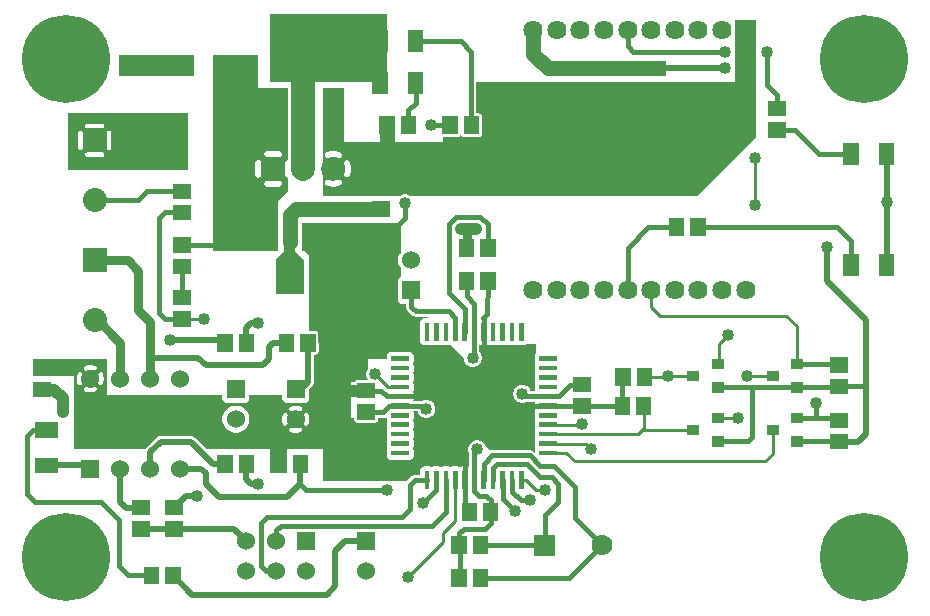
<source format=gbr>
G04 start of page 2 for group 0 idx 0 *
G04 Title: (unknown), component *
G04 Creator: pcb 20110918 *
G04 CreationDate: Thu 28 Mar 2013 10:59:42 PM GMT UTC *
G04 For: railfan *
G04 Format: Gerber/RS-274X *
G04 PCB-Dimensions: 300000 200000 *
G04 PCB-Coordinate-Origin: lower left *
%MOIN*%
%FSLAX25Y25*%
%LNTOP*%
%ADD37C,0.0280*%
%ADD36C,0.0480*%
%ADD35C,0.0380*%
%ADD34C,0.0250*%
%ADD33C,0.0320*%
%ADD32C,0.1285*%
%ADD31R,0.0340X0.0340*%
%ADD30R,0.0945X0.0945*%
%ADD29R,0.0378X0.0378*%
%ADD28R,0.0360X0.0360*%
%ADD27R,0.0630X0.0630*%
%ADD26R,0.0157X0.0157*%
%ADD25R,0.0512X0.0512*%
%ADD24C,0.0787*%
%ADD23C,0.0600*%
%ADD22C,0.0700*%
%ADD21C,0.0640*%
%ADD20C,0.2937*%
%ADD19C,0.0400*%
%ADD18C,0.0500*%
%ADD17C,0.0200*%
%ADD16C,0.0300*%
%ADD15C,0.0800*%
%ADD14C,0.0450*%
%ADD13C,0.0100*%
%ADD12C,0.0150*%
%ADD11C,0.0001*%
G54D11*G36*
X24998Y83000D02*X30500D01*
Y77500D01*
X29388D01*
X29318Y77784D01*
X29175Y78194D01*
X29122Y78300D01*
X29053Y78396D01*
X28970Y78481D01*
X28875Y78551D01*
X28769Y78606D01*
X28657Y78643D01*
X28540Y78663D01*
X28421Y78664D01*
X28304Y78646D01*
X28191Y78610D01*
X28085Y78557D01*
X27988Y78488D01*
X27904Y78405D01*
X27833Y78309D01*
X27779Y78204D01*
X27741Y78092D01*
X27722Y77975D01*
X27721Y77856D01*
X27739Y77739D01*
X27777Y77626D01*
X27823Y77500D01*
X24998D01*
Y79500D01*
X25000Y79500D01*
X25289Y79486D01*
X25575Y79444D01*
X25855Y79376D01*
X26128Y79280D01*
X26239Y79242D01*
X26356Y79225D01*
X26474Y79225D01*
X26591Y79245D01*
X26703Y79282D01*
X26807Y79336D01*
X26902Y79406D01*
X26985Y79491D01*
X27054Y79587D01*
X27107Y79692D01*
X27143Y79805D01*
X27160Y79921D01*
X27159Y80039D01*
X27140Y80156D01*
X27103Y80268D01*
X27048Y80373D01*
X26978Y80468D01*
X26894Y80551D01*
X26798Y80619D01*
X26692Y80670D01*
X26284Y80818D01*
X25863Y80922D01*
X25433Y80984D01*
X25000Y81005D01*
X24998Y81005D01*
Y83000D01*
G37*
G36*
X16000D02*X24998D01*
Y81005D01*
X24567Y80984D01*
X24137Y80922D01*
X23716Y80818D01*
X23306Y80675D01*
X23200Y80622D01*
X23104Y80553D01*
X23019Y80470D01*
X22949Y80375D01*
X22894Y80269D01*
X22857Y80157D01*
X22837Y80040D01*
X22836Y79921D01*
X22854Y79804D01*
X22890Y79691D01*
X22943Y79585D01*
X23012Y79488D01*
X23095Y79404D01*
X23191Y79333D01*
X23296Y79279D01*
X23408Y79241D01*
X23525Y79222D01*
X23644Y79221D01*
X23761Y79239D01*
X23874Y79277D01*
X24145Y79376D01*
X24425Y79444D01*
X24711Y79486D01*
X24998Y79500D01*
Y77500D01*
X22175D01*
X22220Y77628D01*
X22258Y77739D01*
X22275Y77856D01*
X22275Y77974D01*
X22255Y78091D01*
X22218Y78203D01*
X22164Y78307D01*
X22094Y78402D01*
X22009Y78485D01*
X21913Y78554D01*
X21808Y78607D01*
X21695Y78643D01*
X21579Y78660D01*
X21461Y78659D01*
X21344Y78640D01*
X21232Y78603D01*
X21127Y78548D01*
X21032Y78478D01*
X20949Y78394D01*
X20881Y78298D01*
X20830Y78192D01*
X20682Y77784D01*
X20612Y77500D01*
X16000D01*
Y83000D01*
G37*
G36*
X97113Y68630D02*X97183Y68659D01*
X97384Y68783D01*
X97564Y68936D01*
X97717Y69116D01*
X97841Y69317D01*
X97931Y69535D01*
X97986Y69765D01*
X98000Y70000D01*
X97998Y71000D01*
X105000D01*
Y53000D01*
X97113D01*
Y60853D01*
X97156Y60860D01*
X97268Y60897D01*
X97373Y60952D01*
X97468Y61022D01*
X97551Y61106D01*
X97619Y61202D01*
X97670Y61308D01*
X97818Y61716D01*
X97922Y62137D01*
X97984Y62567D01*
X98005Y63000D01*
X97984Y63433D01*
X97922Y63863D01*
X97818Y64284D01*
X97675Y64694D01*
X97622Y64800D01*
X97553Y64896D01*
X97470Y64981D01*
X97375Y65051D01*
X97269Y65106D01*
X97157Y65143D01*
X97113Y65151D01*
Y68630D01*
G37*
G36*
X93502Y68507D02*X96735Y68514D01*
X96965Y68569D01*
X97113Y68630D01*
Y65151D01*
X97040Y65163D01*
X96921Y65164D01*
X96804Y65146D01*
X96691Y65110D01*
X96585Y65057D01*
X96488Y64988D01*
X96404Y64905D01*
X96333Y64809D01*
X96279Y64704D01*
X96241Y64592D01*
X96222Y64475D01*
X96221Y64356D01*
X96239Y64239D01*
X96277Y64126D01*
X96376Y63855D01*
X96444Y63575D01*
X96486Y63289D01*
X96500Y63000D01*
X96486Y62711D01*
X96444Y62425D01*
X96376Y62145D01*
X96280Y61872D01*
X96242Y61761D01*
X96225Y61644D01*
X96225Y61526D01*
X96245Y61409D01*
X96282Y61297D01*
X96336Y61193D01*
X96406Y61098D01*
X96491Y61015D01*
X96587Y60946D01*
X96692Y60893D01*
X96805Y60857D01*
X96921Y60840D01*
X97039Y60841D01*
X97113Y60853D01*
Y53000D01*
X93502D01*
Y58495D01*
X93933Y58516D01*
X94363Y58578D01*
X94784Y58682D01*
X95194Y58825D01*
X95300Y58878D01*
X95396Y58947D01*
X95481Y59030D01*
X95551Y59125D01*
X95606Y59231D01*
X95643Y59343D01*
X95663Y59460D01*
X95664Y59579D01*
X95646Y59696D01*
X95610Y59809D01*
X95557Y59915D01*
X95488Y60012D01*
X95405Y60096D01*
X95309Y60167D01*
X95204Y60221D01*
X95092Y60259D01*
X94975Y60278D01*
X94856Y60279D01*
X94739Y60261D01*
X94626Y60223D01*
X94355Y60124D01*
X94075Y60056D01*
X93789Y60014D01*
X93502Y60000D01*
Y66000D01*
X93789Y65986D01*
X94075Y65944D01*
X94355Y65876D01*
X94628Y65780D01*
X94739Y65742D01*
X94856Y65725D01*
X94974Y65725D01*
X95091Y65745D01*
X95203Y65782D01*
X95307Y65836D01*
X95402Y65906D01*
X95485Y65991D01*
X95554Y66087D01*
X95607Y66192D01*
X95643Y66305D01*
X95660Y66421D01*
X95659Y66539D01*
X95640Y66656D01*
X95603Y66768D01*
X95548Y66873D01*
X95478Y66968D01*
X95394Y67051D01*
X95298Y67119D01*
X95192Y67170D01*
X94784Y67318D01*
X94363Y67422D01*
X93933Y67484D01*
X93502Y67505D01*
Y68507D01*
G37*
G36*
X89887Y68630D02*X90035Y68569D01*
X90265Y68514D01*
X90500Y68500D01*
X93502Y68507D01*
Y67505D01*
X93500Y67505D01*
X93067Y67484D01*
X92637Y67422D01*
X92216Y67318D01*
X91806Y67175D01*
X91700Y67122D01*
X91604Y67053D01*
X91519Y66970D01*
X91449Y66875D01*
X91394Y66769D01*
X91357Y66657D01*
X91337Y66540D01*
X91336Y66421D01*
X91354Y66304D01*
X91390Y66191D01*
X91443Y66085D01*
X91512Y65988D01*
X91595Y65904D01*
X91691Y65833D01*
X91796Y65779D01*
X91908Y65741D01*
X92025Y65722D01*
X92144Y65721D01*
X92261Y65739D01*
X92374Y65777D01*
X92645Y65876D01*
X92925Y65944D01*
X93211Y65986D01*
X93500Y66000D01*
X93502Y66000D01*
Y60000D01*
X93500Y60000D01*
X93211Y60014D01*
X92925Y60056D01*
X92645Y60124D01*
X92372Y60220D01*
X92261Y60258D01*
X92144Y60275D01*
X92026Y60275D01*
X91909Y60255D01*
X91797Y60218D01*
X91693Y60164D01*
X91598Y60094D01*
X91515Y60009D01*
X91446Y59913D01*
X91393Y59808D01*
X91357Y59695D01*
X91340Y59579D01*
X91341Y59461D01*
X91360Y59344D01*
X91397Y59232D01*
X91452Y59127D01*
X91522Y59032D01*
X91606Y58949D01*
X91702Y58881D01*
X91808Y58830D01*
X92216Y58682D01*
X92637Y58578D01*
X93067Y58516D01*
X93500Y58495D01*
X93502Y58495D01*
Y53000D01*
X89887D01*
Y60849D01*
X89960Y60837D01*
X90079Y60836D01*
X90196Y60854D01*
X90309Y60890D01*
X90415Y60943D01*
X90512Y61012D01*
X90596Y61095D01*
X90667Y61191D01*
X90721Y61296D01*
X90759Y61408D01*
X90778Y61525D01*
X90779Y61644D01*
X90761Y61761D01*
X90723Y61874D01*
X90624Y62145D01*
X90556Y62425D01*
X90514Y62711D01*
X90500Y63000D01*
X90514Y63289D01*
X90556Y63575D01*
X90624Y63855D01*
X90720Y64128D01*
X90758Y64239D01*
X90775Y64356D01*
X90775Y64474D01*
X90755Y64591D01*
X90718Y64703D01*
X90664Y64807D01*
X90594Y64902D01*
X90509Y64985D01*
X90413Y65054D01*
X90308Y65107D01*
X90195Y65143D01*
X90079Y65160D01*
X89961Y65159D01*
X89887Y65147D01*
Y68630D01*
G37*
G36*
X73493Y68507D02*X76735Y68514D01*
X76965Y68569D01*
X77183Y68659D01*
X77384Y68783D01*
X77564Y68936D01*
X77717Y69116D01*
X77841Y69317D01*
X77931Y69535D01*
X77986Y69765D01*
X78000Y70000D01*
X77998Y71000D01*
X89011D01*
X89014Y69765D01*
X89069Y69535D01*
X89159Y69317D01*
X89283Y69116D01*
X89436Y68936D01*
X89616Y68783D01*
X89817Y68659D01*
X89887Y68630D01*
Y65147D01*
X89844Y65140D01*
X89732Y65103D01*
X89627Y65048D01*
X89532Y64978D01*
X89449Y64894D01*
X89381Y64798D01*
X89330Y64692D01*
X89182Y64284D01*
X89078Y63863D01*
X89016Y63433D01*
X88995Y63000D01*
X89016Y62567D01*
X89078Y62137D01*
X89182Y61716D01*
X89325Y61306D01*
X89378Y61200D01*
X89447Y61104D01*
X89530Y61019D01*
X89625Y60949D01*
X89731Y60894D01*
X89843Y60857D01*
X89887Y60849D01*
Y53000D01*
X73493D01*
Y58487D01*
X73500Y58486D01*
X74206Y58542D01*
X74895Y58707D01*
X75549Y58978D01*
X76153Y59348D01*
X76692Y59808D01*
X77152Y60347D01*
X77522Y60951D01*
X77793Y61605D01*
X77958Y62294D01*
X78000Y63000D01*
X77958Y63706D01*
X77793Y64395D01*
X77522Y65049D01*
X77152Y65653D01*
X76692Y66192D01*
X76153Y66652D01*
X75549Y67022D01*
X74895Y67293D01*
X74206Y67458D01*
X73500Y67514D01*
X73493Y67513D01*
Y68507D01*
G37*
G36*
X19500Y71000D02*X69011D01*
X69014Y69765D01*
X69069Y69535D01*
X69159Y69317D01*
X69283Y69116D01*
X69436Y68936D01*
X69616Y68783D01*
X69817Y68659D01*
X70035Y68569D01*
X70265Y68514D01*
X70500Y68500D01*
X73493Y68507D01*
Y67513D01*
X72794Y67458D01*
X72105Y67293D01*
X71451Y67022D01*
X70847Y66652D01*
X70308Y66192D01*
X69848Y65653D01*
X69478Y65049D01*
X69207Y64395D01*
X69042Y63706D01*
X68986Y63000D01*
X69042Y62294D01*
X69207Y61605D01*
X69478Y60951D01*
X69848Y60347D01*
X70308Y59808D01*
X70847Y59348D01*
X71451Y58978D01*
X72105Y58707D01*
X72794Y58542D01*
X73493Y58487D01*
Y53000D01*
X63828D01*
X59970Y56859D01*
X59919Y56919D01*
X59679Y57123D01*
X59411Y57288D01*
X59120Y57408D01*
X58814Y57481D01*
X58814Y57481D01*
X58500Y57506D01*
X58422Y57500D01*
X48578D01*
X48500Y57506D01*
X48186Y57481D01*
X47880Y57408D01*
X47589Y57288D01*
X47321Y57123D01*
X47321Y57123D01*
X47081Y56919D01*
X47030Y56859D01*
X43641Y53470D01*
X43581Y53419D01*
X43377Y53179D01*
X43267Y53000D01*
X19500D01*
Y71000D01*
G37*
G36*
X28613Y83000D02*X30500D01*
Y76676D01*
X30486Y76500D01*
X30500Y76324D01*
Y66000D01*
X28613D01*
Y74353D01*
X28656Y74360D01*
X28768Y74397D01*
X28873Y74452D01*
X28968Y74522D01*
X29051Y74606D01*
X29119Y74702D01*
X29170Y74808D01*
X29318Y75216D01*
X29422Y75637D01*
X29484Y76067D01*
X29505Y76500D01*
X29484Y76933D01*
X29422Y77363D01*
X29318Y77784D01*
X29175Y78194D01*
X29122Y78300D01*
X29053Y78396D01*
X28970Y78481D01*
X28875Y78551D01*
X28769Y78606D01*
X28657Y78643D01*
X28613Y78651D01*
Y83000D01*
G37*
G36*
X25002D02*X28613D01*
Y78651D01*
X28540Y78663D01*
X28421Y78664D01*
X28304Y78646D01*
X28191Y78610D01*
X28085Y78557D01*
X27988Y78488D01*
X27904Y78405D01*
X27833Y78309D01*
X27779Y78204D01*
X27741Y78092D01*
X27722Y77975D01*
X27721Y77856D01*
X27739Y77739D01*
X27777Y77626D01*
X27876Y77355D01*
X27944Y77075D01*
X27986Y76789D01*
X28000Y76500D01*
X27986Y76211D01*
X27944Y75925D01*
X27876Y75645D01*
X27780Y75372D01*
X27742Y75261D01*
X27725Y75144D01*
X27725Y75026D01*
X27745Y74909D01*
X27782Y74797D01*
X27836Y74693D01*
X27906Y74598D01*
X27991Y74515D01*
X28087Y74446D01*
X28192Y74393D01*
X28305Y74357D01*
X28421Y74340D01*
X28539Y74341D01*
X28613Y74353D01*
Y66000D01*
X25002D01*
Y71995D01*
X25433Y72016D01*
X25863Y72078D01*
X26284Y72182D01*
X26694Y72325D01*
X26800Y72378D01*
X26896Y72447D01*
X26981Y72530D01*
X27051Y72625D01*
X27106Y72731D01*
X27143Y72843D01*
X27163Y72960D01*
X27164Y73079D01*
X27146Y73196D01*
X27110Y73309D01*
X27057Y73415D01*
X26988Y73512D01*
X26905Y73596D01*
X26809Y73667D01*
X26704Y73721D01*
X26592Y73759D01*
X26475Y73778D01*
X26356Y73779D01*
X26239Y73761D01*
X26126Y73723D01*
X25855Y73624D01*
X25575Y73556D01*
X25289Y73514D01*
X25002Y73500D01*
Y79500D01*
X25289Y79486D01*
X25575Y79444D01*
X25855Y79376D01*
X26128Y79280D01*
X26239Y79242D01*
X26356Y79225D01*
X26474Y79225D01*
X26591Y79245D01*
X26703Y79282D01*
X26807Y79336D01*
X26902Y79406D01*
X26985Y79491D01*
X27054Y79587D01*
X27107Y79692D01*
X27143Y79805D01*
X27160Y79921D01*
X27159Y80039D01*
X27140Y80156D01*
X27103Y80268D01*
X27048Y80373D01*
X26978Y80468D01*
X26894Y80551D01*
X26798Y80619D01*
X26692Y80670D01*
X26284Y80818D01*
X25863Y80922D01*
X25433Y80984D01*
X25002Y81005D01*
Y83000D01*
G37*
G36*
X21387D02*X25002D01*
Y81005D01*
X25000Y81005D01*
X24567Y80984D01*
X24137Y80922D01*
X23716Y80818D01*
X23306Y80675D01*
X23200Y80622D01*
X23104Y80553D01*
X23019Y80470D01*
X22949Y80375D01*
X22894Y80269D01*
X22857Y80157D01*
X22837Y80040D01*
X22836Y79921D01*
X22854Y79804D01*
X22890Y79691D01*
X22943Y79585D01*
X23012Y79488D01*
X23095Y79404D01*
X23191Y79333D01*
X23296Y79279D01*
X23408Y79241D01*
X23525Y79222D01*
X23644Y79221D01*
X23761Y79239D01*
X23874Y79277D01*
X24145Y79376D01*
X24425Y79444D01*
X24711Y79486D01*
X25000Y79500D01*
X25002Y79500D01*
Y73500D01*
X25000Y73500D01*
X24711Y73514D01*
X24425Y73556D01*
X24145Y73624D01*
X23872Y73720D01*
X23761Y73758D01*
X23644Y73775D01*
X23526Y73775D01*
X23409Y73755D01*
X23297Y73718D01*
X23193Y73664D01*
X23098Y73594D01*
X23015Y73509D01*
X22946Y73413D01*
X22893Y73308D01*
X22857Y73195D01*
X22840Y73079D01*
X22841Y72961D01*
X22860Y72844D01*
X22897Y72732D01*
X22952Y72627D01*
X23022Y72532D01*
X23106Y72449D01*
X23202Y72381D01*
X23308Y72330D01*
X23716Y72182D01*
X24137Y72078D01*
X24567Y72016D01*
X25000Y71995D01*
X25002Y71995D01*
Y66000D01*
X21387D01*
Y74349D01*
X21460Y74337D01*
X21579Y74336D01*
X21696Y74354D01*
X21809Y74390D01*
X21915Y74443D01*
X22012Y74512D01*
X22096Y74595D01*
X22167Y74691D01*
X22221Y74796D01*
X22259Y74908D01*
X22278Y75025D01*
X22279Y75144D01*
X22261Y75261D01*
X22223Y75374D01*
X22124Y75645D01*
X22056Y75925D01*
X22014Y76211D01*
X22000Y76500D01*
X22014Y76789D01*
X22056Y77075D01*
X22124Y77355D01*
X22220Y77628D01*
X22258Y77739D01*
X22275Y77856D01*
X22275Y77974D01*
X22255Y78091D01*
X22218Y78203D01*
X22164Y78307D01*
X22094Y78402D01*
X22009Y78485D01*
X21913Y78554D01*
X21808Y78607D01*
X21695Y78643D01*
X21579Y78660D01*
X21461Y78659D01*
X21387Y78647D01*
Y83000D01*
G37*
G36*
X19500D02*X21387D01*
Y78647D01*
X21344Y78640D01*
X21232Y78603D01*
X21127Y78548D01*
X21032Y78478D01*
X20949Y78394D01*
X20881Y78298D01*
X20830Y78192D01*
X20682Y77784D01*
X20578Y77363D01*
X20516Y76933D01*
X20495Y76500D01*
X20516Y76067D01*
X20578Y75637D01*
X20682Y75216D01*
X20825Y74806D01*
X20878Y74700D01*
X20947Y74604D01*
X21030Y74519D01*
X21125Y74449D01*
X21231Y74394D01*
X21343Y74357D01*
X21387Y74349D01*
Y66000D01*
X19500D01*
Y83000D01*
G37*
G36*
X18500D02*Y77500D01*
X6000D01*
Y83000D01*
X18500D01*
G37*
G36*
X66000Y130500D02*X87500D01*
Y119000D01*
X66000D01*
Y130500D01*
G37*
G36*
X112500Y102000D02*X127881D01*
X127936Y101936D01*
X128116Y101783D01*
X128317Y101659D01*
X128535Y101569D01*
X128765Y101514D01*
X129000Y101500D01*
X130250Y101503D01*
Y100568D01*
X130245Y100500D01*
X130266Y100226D01*
X130266Y100225D01*
X130331Y99958D01*
X130436Y99703D01*
X130580Y99468D01*
X130759Y99259D01*
X130811Y99214D01*
X132214Y97811D01*
X132259Y97759D01*
X132468Y97580D01*
X132703Y97436D01*
X132958Y97331D01*
X133225Y97266D01*
X133226Y97266D01*
X133500Y97245D01*
X133569Y97250D01*
X137500D01*
Y96681D01*
X136230Y96671D01*
X136000Y96616D01*
X135782Y96526D01*
X135581Y96402D01*
X135401Y96249D01*
X135248Y96069D01*
X135124Y95868D01*
X135034Y95650D01*
X134979Y95420D01*
X134965Y95185D01*
X134979Y88950D01*
X135034Y88720D01*
X135124Y88502D01*
X135248Y88301D01*
X135401Y88121D01*
X135581Y87968D01*
X135782Y87844D01*
X136000Y87754D01*
X136230Y87699D01*
X136465Y87685D01*
X137500Y87693D01*
Y83000D01*
X132811D01*
X132801Y84270D01*
X132746Y84500D01*
X132656Y84718D01*
X132532Y84919D01*
X132379Y85099D01*
X132199Y85252D01*
X131998Y85376D01*
X131780Y85466D01*
X131550Y85521D01*
X131315Y85535D01*
X125080Y85521D01*
X124850Y85466D01*
X124632Y85376D01*
X124431Y85252D01*
X124251Y85099D01*
X124098Y84919D01*
X123974Y84718D01*
X123884Y84500D01*
X123829Y84270D01*
X123815Y84035D01*
X123823Y83000D01*
X112500D01*
Y102000D01*
G37*
G36*
X102500Y73500D02*Y128500D01*
X117500D01*
Y79662D01*
X117319Y79366D01*
X117138Y78930D01*
X117028Y78471D01*
X116991Y78000D01*
X117028Y77529D01*
X117138Y77070D01*
X117319Y76634D01*
X117500Y76338D01*
Y76055D01*
X113891Y76050D01*
X113738Y76013D01*
X113593Y75953D01*
X113458Y75871D01*
X113339Y75768D01*
X113236Y75649D01*
X113154Y75514D01*
X113148Y75500D01*
X109000D01*
X108529Y75472D01*
X108070Y75362D01*
X107634Y75181D01*
X107231Y74935D01*
X106872Y74628D01*
X106565Y74269D01*
X106319Y73866D01*
X106167Y73500D01*
X102500D01*
G37*
G36*
X100291Y122858D02*X106000D01*
Y72618D01*
X105991Y72500D01*
X106000Y72382D01*
Y70000D01*
X98000D01*
X97993Y73165D01*
X98902Y74073D01*
X98962Y74124D01*
X99166Y74363D01*
X99166Y74364D01*
X99331Y74632D01*
X99451Y74923D01*
X99524Y75229D01*
X99549Y75543D01*
X99543Y75621D01*
Y84556D01*
X100259Y84557D01*
X100412Y84594D01*
X100557Y84654D01*
X100692Y84736D01*
X100811Y84839D01*
X100914Y84958D01*
X100996Y85093D01*
X101056Y85238D01*
X101093Y85391D01*
X101102Y85548D01*
X101093Y91609D01*
X101056Y91762D01*
X100996Y91907D01*
X100914Y92042D01*
X100811Y92161D01*
X100692Y92264D01*
X100557Y92346D01*
X100412Y92406D01*
X100259Y92443D01*
X100102Y92452D01*
X97906Y92448D01*
Y117927D01*
X99453Y117930D01*
X99606Y117967D01*
X99751Y118027D01*
X99886Y118109D01*
X100005Y118212D01*
X100108Y118331D01*
X100190Y118466D01*
X100250Y118611D01*
X100287Y118764D01*
X100296Y118921D01*
X100291Y122858D01*
G37*
G36*
X96500Y120000D02*X103500D01*
Y116500D01*
X99000D01*
X96500Y119000D01*
Y120000D01*
G37*
G36*
X95500Y128500D02*X108000D01*
Y119000D01*
X95500D01*
Y128500D01*
G37*
G36*
X121500Y100000D02*Y122445D01*
X125109Y122450D01*
X125262Y122487D01*
X125407Y122547D01*
X125542Y122629D01*
X125661Y122732D01*
X125764Y122851D01*
X125846Y122986D01*
X125906Y123131D01*
X125943Y123284D01*
X125952Y123441D01*
X125948Y125597D01*
X125968Y125580D01*
X126203Y125436D01*
X126458Y125331D01*
X126725Y125266D01*
X127000Y125245D01*
X127275Y125266D01*
X127542Y125331D01*
X127797Y125436D01*
X128032Y125580D01*
X128237Y125763D01*
X128500Y126025D01*
Y118160D01*
X128461Y118159D01*
X128344Y118140D01*
X128232Y118103D01*
X128127Y118048D01*
X128032Y117978D01*
X127949Y117894D01*
X127881Y117798D01*
X127830Y117692D01*
X127682Y117284D01*
X127578Y116863D01*
X127516Y116433D01*
X127495Y116000D01*
X127516Y115567D01*
X127578Y115137D01*
X127682Y114716D01*
X127825Y114306D01*
X127878Y114200D01*
X127947Y114104D01*
X128030Y114019D01*
X128125Y113949D01*
X128231Y113894D01*
X128343Y113857D01*
X128460Y113837D01*
X128500Y113837D01*
Y110416D01*
X128317Y110341D01*
X128116Y110217D01*
X127936Y110064D01*
X127783Y109884D01*
X127659Y109683D01*
X127569Y109465D01*
X127514Y109235D01*
X127500Y109000D01*
X127514Y102765D01*
X127569Y102535D01*
X127659Y102317D01*
X127783Y102116D01*
X127936Y101936D01*
X128116Y101783D01*
X128317Y101659D01*
X128500Y101584D01*
Y100000D01*
X121500D01*
G37*
G36*
X116500Y121500D02*Y128500D01*
X128500D01*
Y121500D01*
X116500D01*
G37*
G36*
X116000Y100500D02*Y124000D01*
X125500D01*
Y100500D01*
X116000D01*
G37*
G36*
X102500Y42500D02*Y51500D01*
X120000D01*
Y42500D01*
X102500D01*
G37*
G36*
X112000Y78500D02*Y42500D01*
X102500D01*
Y78500D01*
X112000D01*
G37*
G36*
X115338Y42500D02*X109000D01*
Y54000D01*
X123828D01*
X123829Y53880D01*
X123884Y53650D01*
X123974Y53432D01*
X124039Y53327D01*
X123974Y53222D01*
X123884Y53004D01*
X123829Y52774D01*
X123815Y52539D01*
X123829Y50730D01*
X123884Y50500D01*
X123974Y50282D01*
X124098Y50081D01*
X124251Y49901D01*
X124431Y49748D01*
X124632Y49624D01*
X124850Y49534D01*
X125080Y49479D01*
X125315Y49465D01*
X131550Y49479D01*
X131780Y49534D01*
X131998Y49624D01*
X132199Y49748D01*
X132379Y49901D01*
X132532Y50081D01*
X132656Y50282D01*
X132746Y50500D01*
X132801Y50730D01*
X132815Y50965D01*
X132801Y52774D01*
X132746Y53004D01*
X132656Y53222D01*
X132591Y53327D01*
X132656Y53432D01*
X132746Y53650D01*
X132801Y53880D01*
X132808Y54000D01*
X137000D01*
Y47307D01*
X136230Y47301D01*
X136000Y47246D01*
X135782Y47156D01*
X135581Y47032D01*
X135401Y46879D01*
X135248Y46699D01*
X135124Y46498D01*
X135034Y46280D01*
X134979Y46050D01*
X134965Y45815D01*
X134968Y44565D01*
X133384D01*
X133315Y44570D01*
X133040Y44549D01*
X132773Y44484D01*
X132518Y44379D01*
X132283Y44235D01*
X132074Y44056D01*
X132029Y44004D01*
X130525Y42500D01*
X124118D01*
X124000Y42509D01*
X123882Y42500D01*
X118662D01*
X118769Y42565D01*
X119128Y42872D01*
X119435Y43231D01*
X119681Y43634D01*
X119862Y44070D01*
X119972Y44529D01*
X120000Y45000D01*
X119972Y45471D01*
X119862Y45930D01*
X119681Y46366D01*
X119435Y46769D01*
X119128Y47128D01*
X118769Y47435D01*
X118366Y47681D01*
X117930Y47862D01*
X117471Y47972D01*
X117000Y48009D01*
X116529Y47972D01*
X116070Y47862D01*
X115634Y47681D01*
X115231Y47435D01*
X114872Y47128D01*
X114565Y46769D01*
X114319Y46366D01*
X114138Y45930D01*
X114028Y45471D01*
X113991Y45000D01*
X114028Y44529D01*
X114138Y44070D01*
X114319Y43634D01*
X114565Y43231D01*
X114872Y42872D01*
X115231Y42565D01*
X115338Y42500D01*
G37*
G36*
X85000Y45000D02*Y55500D01*
X90500D01*
Y45000D01*
X85000D01*
G37*
G36*
X110000Y63500D02*X113056D01*
X113057Y62698D01*
X113094Y62545D01*
X113154Y62400D01*
X113236Y62265D01*
X113339Y62146D01*
X113458Y62043D01*
X113593Y61961D01*
X113738Y61901D01*
X113891Y61864D01*
X114048Y61855D01*
X120109Y61864D01*
X120262Y61901D01*
X120407Y61961D01*
X120542Y62043D01*
X120661Y62146D01*
X120764Y62265D01*
X120846Y62400D01*
X120906Y62545D01*
X120943Y62698D01*
X120952Y62855D01*
X120951Y63500D01*
X123828D01*
X123829Y63329D01*
X123884Y63099D01*
X123974Y62881D01*
X124039Y62776D01*
X123974Y62671D01*
X123884Y62453D01*
X123829Y62223D01*
X123815Y61988D01*
X123829Y60179D01*
X123884Y59949D01*
X123974Y59731D01*
X124038Y59627D01*
X123974Y59522D01*
X123884Y59304D01*
X123829Y59074D01*
X123815Y58839D01*
X123829Y57030D01*
X123884Y56800D01*
X123974Y56582D01*
X124039Y56477D01*
X123974Y56372D01*
X123884Y56154D01*
X123829Y55924D01*
X123815Y55689D01*
X123829Y53880D01*
X123884Y53650D01*
X123974Y53432D01*
X124039Y53327D01*
X123974Y53222D01*
X123884Y53004D01*
X123829Y52774D01*
X123815Y52539D01*
X123829Y50730D01*
X123884Y50500D01*
X123974Y50282D01*
X124098Y50081D01*
X124251Y49901D01*
X124431Y49748D01*
X124632Y49624D01*
X124850Y49534D01*
X125000Y49498D01*
Y49000D01*
X110000D01*
Y63500D01*
G37*
G36*
X158368Y52632D02*X156715Y54285D01*
X156681Y54366D01*
X156435Y54769D01*
X156128Y55128D01*
X155769Y55435D01*
X155366Y55681D01*
X154930Y55862D01*
X154471Y55972D01*
X154000Y56009D01*
X153529Y55972D01*
X153070Y55862D01*
X152634Y55681D01*
X152231Y55435D01*
X151872Y55128D01*
X151565Y54769D01*
X151319Y54366D01*
X151138Y53930D01*
X151028Y53471D01*
X150991Y53000D01*
X151028Y52529D01*
X151138Y52070D01*
X151250Y51800D01*
Y47185D01*
X151102Y47246D01*
X150872Y47301D01*
X150637Y47315D01*
X148828Y47301D01*
X148598Y47246D01*
X148380Y47156D01*
X148275Y47091D01*
X148170Y47156D01*
X147952Y47246D01*
X147722Y47301D01*
X147487Y47315D01*
X145678Y47301D01*
X145448Y47246D01*
X145230Y47156D01*
X145125Y47092D01*
X145021Y47156D01*
X144803Y47246D01*
X144573Y47301D01*
X144338Y47315D01*
X142529Y47301D01*
X142299Y47246D01*
X142081Y47156D01*
X141976Y47091D01*
X141871Y47156D01*
X141653Y47246D01*
X141423Y47301D01*
X141188Y47315D01*
X139379Y47301D01*
X139149Y47246D01*
X138931Y47156D01*
X138826Y47092D01*
X138722Y47156D01*
X138504Y47246D01*
X138274Y47301D01*
X138039Y47315D01*
X136230Y47301D01*
X136000Y47246D01*
X135782Y47156D01*
X135581Y47032D01*
X135543Y47000D01*
X132500D01*
Y50043D01*
X132532Y50081D01*
X132656Y50282D01*
X132746Y50500D01*
X132801Y50730D01*
X132815Y50965D01*
X132801Y52774D01*
X132746Y53004D01*
X132656Y53222D01*
X132591Y53327D01*
X132656Y53432D01*
X132746Y53650D01*
X132801Y53880D01*
X132815Y54115D01*
X132801Y55924D01*
X132746Y56154D01*
X132656Y56372D01*
X132591Y56477D01*
X132656Y56582D01*
X132746Y56800D01*
X132801Y57030D01*
X132815Y57265D01*
X132801Y59074D01*
X132746Y59304D01*
X132656Y59522D01*
X132592Y59626D01*
X132656Y59731D01*
X132746Y59949D01*
X132801Y60179D01*
X132815Y60414D01*
X132801Y62223D01*
X132746Y62453D01*
X132656Y62671D01*
X132591Y62776D01*
X132656Y62881D01*
X132746Y63099D01*
X132801Y63329D01*
X132815Y63564D01*
X132801Y65373D01*
X132746Y65603D01*
X132685Y65750D01*
X134095D01*
X134138Y65570D01*
X134319Y65134D01*
X134565Y64731D01*
X134872Y64372D01*
X135231Y64065D01*
X135634Y63819D01*
X136070Y63638D01*
X136529Y63528D01*
X137000Y63491D01*
X137471Y63528D01*
X137930Y63638D01*
X138366Y63819D01*
X138769Y64065D01*
X139128Y64372D01*
X139435Y64731D01*
X139681Y65134D01*
X139862Y65570D01*
X139972Y66029D01*
X140000Y66500D01*
X139972Y66971D01*
X139862Y67430D01*
X139681Y67866D01*
X139435Y68269D01*
X139128Y68628D01*
X138769Y68935D01*
X138366Y69181D01*
X137930Y69362D01*
X137471Y69472D01*
X137000Y69509D01*
X136529Y69472D01*
X136070Y69362D01*
X135800Y69250D01*
X132685D01*
X132746Y69398D01*
X132801Y69628D01*
X132815Y69863D01*
X132801Y71672D01*
X132746Y71902D01*
X132656Y72120D01*
X132591Y72225D01*
X132656Y72330D01*
X132746Y72548D01*
X132801Y72778D01*
X132815Y73013D01*
X132801Y74822D01*
X132746Y75052D01*
X132656Y75270D01*
X132592Y75374D01*
X132656Y75479D01*
X132746Y75697D01*
X132801Y75927D01*
X132815Y76162D01*
X132801Y77971D01*
X132746Y78201D01*
X132656Y78419D01*
X132591Y78524D01*
X132656Y78629D01*
X132746Y78847D01*
X132801Y79077D01*
X132815Y79312D01*
X132801Y81121D01*
X132746Y81351D01*
X132656Y81569D01*
X132592Y81674D01*
X132656Y81778D01*
X132746Y81996D01*
X132801Y82226D01*
X132815Y82461D01*
X132801Y84270D01*
X132746Y84500D01*
X132656Y84718D01*
X132532Y84919D01*
X132500Y84957D01*
Y88000D01*
X135543D01*
X135581Y87968D01*
X135782Y87844D01*
X136000Y87754D01*
X136230Y87699D01*
X136465Y87685D01*
X138274Y87699D01*
X138504Y87754D01*
X138722Y87844D01*
X138827Y87909D01*
X138932Y87844D01*
X139150Y87754D01*
X139380Y87699D01*
X139615Y87685D01*
X141424Y87699D01*
X141654Y87754D01*
X141872Y87844D01*
X141977Y87909D01*
X142082Y87844D01*
X142300Y87754D01*
X142530Y87699D01*
X142765Y87685D01*
X144574Y87699D01*
X144804Y87754D01*
X145022Y87844D01*
X145105Y87895D01*
X149491Y83509D01*
X149491Y83500D01*
X149528Y83029D01*
X149638Y82570D01*
X149819Y82134D01*
X150065Y81731D01*
X150372Y81372D01*
X150731Y81065D01*
X151134Y80819D01*
X151570Y80638D01*
X152029Y80528D01*
X152500Y80491D01*
X152971Y80528D01*
X153430Y80638D01*
X153866Y80819D01*
X154269Y81065D01*
X154628Y81372D01*
X154935Y81731D01*
X155181Y82134D01*
X155362Y82570D01*
X155472Y83029D01*
X155500Y83500D01*
X155472Y83971D01*
X155362Y84430D01*
X155181Y84866D01*
X154935Y85269D01*
X154750Y85485D01*
Y87815D01*
X154898Y87754D01*
X155128Y87699D01*
X155363Y87685D01*
X157172Y87699D01*
X157402Y87754D01*
X157620Y87844D01*
X157725Y87909D01*
X157830Y87844D01*
X158048Y87754D01*
X158278Y87699D01*
X158513Y87685D01*
X160322Y87699D01*
X160552Y87754D01*
X160770Y87844D01*
X160874Y87908D01*
X160979Y87844D01*
X161197Y87754D01*
X161427Y87699D01*
X161662Y87685D01*
X163471Y87699D01*
X163701Y87754D01*
X163919Y87844D01*
X164024Y87909D01*
X164129Y87844D01*
X164347Y87754D01*
X164577Y87699D01*
X164812Y87685D01*
X166621Y87699D01*
X166851Y87754D01*
X167069Y87844D01*
X167173Y87908D01*
X167278Y87844D01*
X167496Y87754D01*
X167726Y87699D01*
X167961Y87685D01*
X169770Y87699D01*
X170000Y87754D01*
X170218Y87844D01*
X170419Y87968D01*
X170457Y88000D01*
X173500D01*
Y84957D01*
X173468Y84919D01*
X173344Y84718D01*
X173254Y84500D01*
X173199Y84270D01*
X173185Y84035D01*
X173199Y82226D01*
X173254Y81996D01*
X173344Y81778D01*
X173409Y81673D01*
X173344Y81568D01*
X173254Y81350D01*
X173199Y81120D01*
X173185Y80885D01*
X173199Y79076D01*
X173254Y78846D01*
X173344Y78628D01*
X173409Y78523D01*
X173344Y78418D01*
X173254Y78200D01*
X173199Y77970D01*
X173185Y77735D01*
X173199Y75926D01*
X173254Y75696D01*
X173344Y75478D01*
X173408Y75374D01*
X173344Y75269D01*
X173254Y75051D01*
X173199Y74821D01*
X173185Y74586D01*
X173199Y72777D01*
X173254Y72547D01*
X173315Y72399D01*
X171869D01*
X171862Y72430D01*
X171681Y72866D01*
X171435Y73269D01*
X171128Y73628D01*
X170769Y73935D01*
X170366Y74181D01*
X169930Y74362D01*
X169471Y74472D01*
X169000Y74509D01*
X168529Y74472D01*
X168070Y74362D01*
X167634Y74181D01*
X167231Y73935D01*
X166872Y73628D01*
X166565Y73269D01*
X166319Y72866D01*
X166138Y72430D01*
X166028Y71971D01*
X165991Y71500D01*
X166028Y71029D01*
X166138Y70570D01*
X166319Y70134D01*
X166565Y69731D01*
X166872Y69372D01*
X167231Y69065D01*
X167634Y68819D01*
X168070Y68638D01*
X168529Y68528D01*
X169000Y68491D01*
X169471Y68528D01*
X169930Y68638D01*
X170366Y68819D01*
X170497Y68899D01*
X173315D01*
X173254Y68752D01*
X173199Y68522D01*
X173185Y68287D01*
X173199Y66478D01*
X173254Y66248D01*
X173344Y66030D01*
X173409Y65925D01*
X173344Y65820D01*
X173254Y65602D01*
X173199Y65372D01*
X173185Y65137D01*
X173199Y63328D01*
X173254Y63098D01*
X173344Y62880D01*
X173409Y62775D01*
X173344Y62670D01*
X173254Y62452D01*
X173199Y62222D01*
X173185Y61987D01*
X173199Y60178D01*
X173254Y59948D01*
X173344Y59730D01*
X173408Y59626D01*
X173344Y59521D01*
X173254Y59303D01*
X173199Y59073D01*
X173185Y58838D01*
X173199Y57029D01*
X173254Y56799D01*
X173344Y56581D01*
X173409Y56476D01*
X173344Y56371D01*
X173254Y56153D01*
X173199Y55923D01*
X173185Y55688D01*
X173199Y53879D01*
X173254Y53649D01*
X173344Y53431D01*
X173408Y53327D01*
X173344Y53222D01*
X173254Y53004D01*
X173199Y52774D01*
X173185Y52539D01*
X173191Y51784D01*
X172786Y52189D01*
X172741Y52241D01*
X172532Y52420D01*
X172297Y52564D01*
X172042Y52669D01*
X171775Y52734D01*
X171774Y52734D01*
X171500Y52755D01*
X171432Y52750D01*
X159069D01*
X159000Y52755D01*
X158725Y52734D01*
X158458Y52669D01*
X158368Y52632D01*
G37*
G36*
X31250Y165000D02*X57500D01*
Y156117D01*
X57390Y156212D01*
X57255Y156294D01*
X57110Y156354D01*
X56957Y156391D01*
X56800Y156400D01*
X53043Y156391D01*
X52890Y156354D01*
X52745Y156294D01*
X52610Y156212D01*
X52491Y156109D01*
X52388Y155990D01*
X52306Y155855D01*
X52246Y155710D01*
X52209Y155557D01*
X52200Y155400D01*
X52209Y150443D01*
X52246Y150290D01*
X52306Y150145D01*
X52388Y150010D01*
X52491Y149891D01*
X52610Y149788D01*
X52745Y149706D01*
X52890Y149646D01*
X53043Y149609D01*
X53200Y149600D01*
X56957Y149609D01*
X57110Y149646D01*
X57255Y149706D01*
X57390Y149788D01*
X57500Y149883D01*
Y146000D01*
X31250D01*
Y152748D01*
X31368Y152757D01*
X31482Y152785D01*
X31592Y152830D01*
X31692Y152891D01*
X31782Y152968D01*
X31859Y153058D01*
X31920Y153158D01*
X31965Y153268D01*
X31993Y153382D01*
X32000Y153500D01*
Y158500D01*
X31993Y158618D01*
X31965Y158732D01*
X31920Y158842D01*
X31859Y158942D01*
X31782Y159032D01*
X31692Y159109D01*
X31592Y159170D01*
X31482Y159215D01*
X31368Y159243D01*
X31250Y159252D01*
Y165000D01*
G37*
G36*
X26500D02*X31250D01*
Y159252D01*
X31132Y159243D01*
X31018Y159215D01*
X30908Y159170D01*
X30808Y159109D01*
X30718Y159032D01*
X30641Y158942D01*
X30580Y158842D01*
X30535Y158732D01*
X30507Y158618D01*
X30500Y158500D01*
Y153500D01*
X30507Y153382D01*
X30535Y153268D01*
X30580Y153158D01*
X30641Y153058D01*
X30718Y152968D01*
X30808Y152891D01*
X30908Y152830D01*
X31018Y152785D01*
X31132Y152757D01*
X31250Y152748D01*
Y146000D01*
X26500D01*
Y150500D01*
X29000D01*
X29118Y150507D01*
X29232Y150535D01*
X29342Y150580D01*
X29442Y150641D01*
X29532Y150718D01*
X29609Y150808D01*
X29670Y150908D01*
X29715Y151018D01*
X29743Y151132D01*
X29752Y151250D01*
X29743Y151368D01*
X29715Y151482D01*
X29670Y151592D01*
X29609Y151692D01*
X29532Y151782D01*
X29442Y151859D01*
X29342Y151920D01*
X29232Y151965D01*
X29118Y151993D01*
X29000Y152000D01*
X26500D01*
Y160000D01*
X29000D01*
X29118Y160007D01*
X29232Y160035D01*
X29342Y160080D01*
X29442Y160141D01*
X29532Y160218D01*
X29609Y160308D01*
X29670Y160408D01*
X29715Y160518D01*
X29743Y160632D01*
X29752Y160750D01*
X29743Y160868D01*
X29715Y160982D01*
X29670Y161092D01*
X29609Y161192D01*
X29532Y161282D01*
X29442Y161359D01*
X29342Y161420D01*
X29232Y161465D01*
X29118Y161493D01*
X29000Y161500D01*
X26500D01*
Y165000D01*
G37*
G36*
X21750D02*X26500D01*
Y161500D01*
X24000D01*
X23882Y161493D01*
X23768Y161465D01*
X23658Y161420D01*
X23558Y161359D01*
X23468Y161282D01*
X23391Y161192D01*
X23330Y161092D01*
X23285Y160982D01*
X23257Y160868D01*
X23248Y160750D01*
X23257Y160632D01*
X23285Y160518D01*
X23330Y160408D01*
X23391Y160308D01*
X23468Y160218D01*
X23558Y160141D01*
X23658Y160080D01*
X23768Y160035D01*
X23882Y160007D01*
X24000Y160000D01*
X26500D01*
Y152000D01*
X24000D01*
X23882Y151993D01*
X23768Y151965D01*
X23658Y151920D01*
X23558Y151859D01*
X23468Y151782D01*
X23391Y151692D01*
X23330Y151592D01*
X23285Y151482D01*
X23257Y151368D01*
X23248Y151250D01*
X23257Y151132D01*
X23285Y151018D01*
X23330Y150908D01*
X23391Y150808D01*
X23468Y150718D01*
X23558Y150641D01*
X23658Y150580D01*
X23768Y150535D01*
X23882Y150507D01*
X24000Y150500D01*
X26500D01*
Y146000D01*
X21750D01*
Y152748D01*
X21868Y152757D01*
X21982Y152785D01*
X22092Y152830D01*
X22192Y152891D01*
X22282Y152968D01*
X22359Y153058D01*
X22420Y153158D01*
X22465Y153268D01*
X22493Y153382D01*
X22500Y153500D01*
Y158500D01*
X22493Y158618D01*
X22465Y158732D01*
X22420Y158842D01*
X22359Y158942D01*
X22282Y159032D01*
X22192Y159109D01*
X22092Y159170D01*
X21982Y159215D01*
X21868Y159243D01*
X21750Y159252D01*
Y165000D01*
G37*
G36*
X17500D02*X21750D01*
Y159252D01*
X21632Y159243D01*
X21518Y159215D01*
X21408Y159170D01*
X21308Y159109D01*
X21218Y159032D01*
X21141Y158942D01*
X21080Y158842D01*
X21035Y158732D01*
X21007Y158618D01*
X21000Y158500D01*
Y153500D01*
X21007Y153382D01*
X21035Y153268D01*
X21080Y153158D01*
X21141Y153058D01*
X21218Y152968D01*
X21308Y152891D01*
X21408Y152830D01*
X21518Y152785D01*
X21632Y152757D01*
X21750Y152748D01*
Y146000D01*
X17500D01*
Y165000D01*
G37*
G36*
X57500D02*Y146000D01*
X47500D01*
Y165000D01*
X57500D01*
G37*
G36*
X34500Y184500D02*X59500D01*
Y177500D01*
X34500D01*
Y184500D01*
G37*
G36*
X66000Y165000D02*X78500D01*
Y146000D01*
X66000D01*
Y165000D01*
G37*
G36*
X92000Y151500D02*Y180000D01*
X100000D01*
Y151500D01*
X92000D01*
G37*
G36*
X66000Y184500D02*X81000D01*
Y172000D01*
X66000D01*
Y184500D01*
G37*
G36*
X91000Y158500D02*X66000D01*
Y173500D01*
X91000D01*
Y158500D01*
G37*
G36*
X81063Y165000D02*X87500D01*
Y152437D01*
X84063D01*
X83906Y152428D01*
X83753Y152391D01*
X83608Y152331D01*
X83473Y152249D01*
X83354Y152146D01*
X83251Y152027D01*
X83169Y151892D01*
X83109Y151747D01*
X83072Y151594D01*
X83060Y151437D01*
X83072Y151280D01*
X83109Y151127D01*
X83169Y150982D01*
X83251Y150847D01*
X83354Y150728D01*
X83473Y150625D01*
X83608Y150543D01*
X83753Y150483D01*
X83906Y150446D01*
X84063Y150437D01*
X87500D01*
Y142563D01*
X84063D01*
X83906Y142554D01*
X83753Y142517D01*
X83608Y142457D01*
X83473Y142375D01*
X83354Y142272D01*
X83251Y142153D01*
X83169Y142018D01*
X83109Y141873D01*
X83072Y141720D01*
X83060Y141563D01*
X83072Y141406D01*
X83109Y141253D01*
X83169Y141108D01*
X83251Y140973D01*
X83354Y140854D01*
X83473Y140751D01*
X83608Y140669D01*
X83753Y140609D01*
X83906Y140572D01*
X84063Y140563D01*
X87500D01*
Y127794D01*
X87484Y127795D01*
X83547Y127786D01*
X83394Y127749D01*
X83249Y127689D01*
X83114Y127607D01*
X82995Y127504D01*
X82892Y127385D01*
X82810Y127250D01*
X82750Y127105D01*
X82713Y126952D01*
X82704Y126795D01*
X82713Y119000D01*
X81063D01*
Y143560D01*
X81220Y143572D01*
X81373Y143609D01*
X81518Y143669D01*
X81653Y143751D01*
X81772Y143854D01*
X81875Y143973D01*
X81957Y144108D01*
X82017Y144253D01*
X82054Y144406D01*
X82063Y144563D01*
Y148437D01*
X82054Y148594D01*
X82017Y148747D01*
X81957Y148892D01*
X81875Y149027D01*
X81772Y149146D01*
X81653Y149249D01*
X81518Y149331D01*
X81373Y149391D01*
X81220Y149428D01*
X81063Y149440D01*
Y165000D01*
G37*
G36*
X66000D02*X81063D01*
Y149440D01*
X80906Y149428D01*
X80753Y149391D01*
X80608Y149331D01*
X80473Y149249D01*
X80354Y149146D01*
X80251Y149027D01*
X80169Y148892D01*
X80109Y148747D01*
X80072Y148594D01*
X80063Y148437D01*
Y144563D01*
X80072Y144406D01*
X80109Y144253D01*
X80169Y144108D01*
X80251Y143973D01*
X80354Y143854D01*
X80473Y143751D01*
X80608Y143669D01*
X80753Y143609D01*
X80906Y143572D01*
X81063Y143560D01*
Y119000D01*
X66000D01*
Y119336D01*
X66914D01*
X67189Y119352D01*
X67456Y119417D01*
X67711Y119522D01*
X67946Y119666D01*
X68155Y119845D01*
X68334Y120054D01*
X68478Y120289D01*
X68583Y120544D01*
X68648Y120811D01*
X68669Y121086D01*
X68648Y121361D01*
X68583Y121628D01*
X68478Y121883D01*
X68334Y122118D01*
X68155Y122327D01*
X67946Y122506D01*
X67711Y122650D01*
X67456Y122755D01*
X67189Y122820D01*
X66914Y122836D01*
X66000D01*
Y149606D01*
X66100Y149600D01*
X69857Y149609D01*
X70010Y149646D01*
X70155Y149706D01*
X70290Y149788D01*
X70409Y149891D01*
X70512Y150010D01*
X70594Y150145D01*
X70654Y150290D01*
X70691Y150443D01*
X70700Y150600D01*
X70691Y155557D01*
X70654Y155710D01*
X70594Y155855D01*
X70512Y155990D01*
X70409Y156109D01*
X70290Y156212D01*
X70155Y156294D01*
X70010Y156354D01*
X69857Y156391D01*
X69700Y156400D01*
X66000Y156391D01*
Y165000D01*
G37*
G36*
X86000D02*X91000D01*
Y149703D01*
X90834Y149432D01*
X90780Y149428D01*
X90627Y149391D01*
X90482Y149331D01*
X90347Y149249D01*
X90228Y149146D01*
X90125Y149027D01*
X90043Y148892D01*
X89983Y148747D01*
X89946Y148594D01*
X89937Y148437D01*
Y144563D01*
X89946Y144406D01*
X89983Y144253D01*
X90043Y144108D01*
X90125Y143973D01*
X90228Y143854D01*
X90347Y143751D01*
X90482Y143669D01*
X90627Y143609D01*
X90780Y143572D01*
X90834Y143568D01*
X91000Y143297D01*
Y139000D01*
X87500Y135500D01*
X86000D01*
Y140563D01*
X87937D01*
X88094Y140572D01*
X88247Y140609D01*
X88392Y140669D01*
X88527Y140751D01*
X88646Y140854D01*
X88749Y140973D01*
X88831Y141108D01*
X88891Y141253D01*
X88928Y141406D01*
X88940Y141563D01*
X88928Y141720D01*
X88891Y141873D01*
X88831Y142018D01*
X88749Y142153D01*
X88646Y142272D01*
X88527Y142375D01*
X88392Y142457D01*
X88247Y142517D01*
X88094Y142554D01*
X87937Y142563D01*
X86000D01*
Y150437D01*
X87937D01*
X88094Y150446D01*
X88247Y150483D01*
X88392Y150543D01*
X88527Y150625D01*
X88646Y150728D01*
X88749Y150847D01*
X88831Y150982D01*
X88891Y151127D01*
X88928Y151280D01*
X88940Y151437D01*
X88928Y151594D01*
X88891Y151747D01*
X88831Y151892D01*
X88749Y152027D01*
X88646Y152146D01*
X88527Y152249D01*
X88392Y152331D01*
X88247Y152391D01*
X88094Y152428D01*
X87937Y152437D01*
X86000D01*
Y165000D01*
G37*
G36*
X81063D02*X86000D01*
Y152437D01*
X84063D01*
X83906Y152428D01*
X83753Y152391D01*
X83608Y152331D01*
X83473Y152249D01*
X83354Y152146D01*
X83251Y152027D01*
X83169Y151892D01*
X83109Y151747D01*
X83072Y151594D01*
X83060Y151437D01*
X83072Y151280D01*
X83109Y151127D01*
X83169Y150982D01*
X83251Y150847D01*
X83354Y150728D01*
X83473Y150625D01*
X83608Y150543D01*
X83753Y150483D01*
X83906Y150446D01*
X84063Y150437D01*
X86000D01*
Y142563D01*
X84063D01*
X83906Y142554D01*
X83753Y142517D01*
X83608Y142457D01*
X83473Y142375D01*
X83354Y142272D01*
X83251Y142153D01*
X83169Y142018D01*
X83109Y141873D01*
X83072Y141720D01*
X83060Y141563D01*
X83072Y141406D01*
X83109Y141253D01*
X83169Y141108D01*
X83251Y140973D01*
X83354Y140854D01*
X83473Y140751D01*
X83608Y140669D01*
X83753Y140609D01*
X83906Y140572D01*
X84063Y140563D01*
X86000D01*
Y135500D01*
X81063D01*
Y143560D01*
X81220Y143572D01*
X81373Y143609D01*
X81518Y143669D01*
X81653Y143751D01*
X81772Y143854D01*
X81875Y143973D01*
X81957Y144108D01*
X82017Y144253D01*
X82054Y144406D01*
X82063Y144563D01*
Y148437D01*
X82054Y148594D01*
X82017Y148747D01*
X81957Y148892D01*
X81875Y149027D01*
X81772Y149146D01*
X81653Y149249D01*
X81518Y149331D01*
X81373Y149391D01*
X81220Y149428D01*
X81063Y149440D01*
Y165000D01*
G37*
G36*
X77500D02*X81063D01*
Y149440D01*
X80906Y149428D01*
X80753Y149391D01*
X80608Y149331D01*
X80473Y149249D01*
X80354Y149146D01*
X80251Y149027D01*
X80169Y148892D01*
X80109Y148747D01*
X80072Y148594D01*
X80063Y148437D01*
Y144563D01*
X80072Y144406D01*
X80109Y144253D01*
X80169Y144108D01*
X80251Y143973D01*
X80354Y143854D01*
X80473Y143751D01*
X80608Y143669D01*
X80753Y143609D01*
X80906Y143572D01*
X81063Y143560D01*
Y135500D01*
X77500D01*
Y165000D01*
G37*
G36*
X121500Y164000D02*X126500D01*
Y153000D01*
X121500D01*
Y164000D01*
G37*
G36*
X85000Y198000D02*X124000D01*
Y175500D01*
X85000D01*
Y198000D01*
G37*
G36*
X110761Y155500D02*X146500D01*
Y137500D01*
X131662D01*
X131366Y137681D01*
X130930Y137862D01*
X130471Y137972D01*
X130000Y138009D01*
X129529Y137972D01*
X129070Y137862D01*
X128634Y137681D01*
X128338Y137500D01*
X110761D01*
Y143683D01*
X110831Y143695D01*
X110980Y143746D01*
X111119Y143819D01*
X111245Y143913D01*
X111355Y144025D01*
X111446Y144154D01*
X111513Y144296D01*
X111704Y144828D01*
X111837Y145377D01*
X111917Y145936D01*
X111944Y146500D01*
X111917Y147064D01*
X111837Y147623D01*
X111704Y148172D01*
X111519Y148706D01*
X111450Y148848D01*
X111358Y148977D01*
X111248Y149091D01*
X111121Y149185D01*
X110981Y149259D01*
X110832Y149309D01*
X110761Y149321D01*
Y155500D01*
G37*
G36*
X106000D02*X110761D01*
Y149321D01*
X110676Y149336D01*
X110518Y149338D01*
X110361Y149315D01*
X110210Y149268D01*
X110069Y149198D01*
X109939Y149107D01*
X109826Y148996D01*
X109732Y148870D01*
X109658Y148730D01*
X109608Y148580D01*
X109581Y148424D01*
X109579Y148266D01*
X109602Y148110D01*
X109652Y147960D01*
X109778Y147608D01*
X109866Y147244D01*
X109919Y146874D01*
X109937Y146500D01*
X109919Y146126D01*
X109866Y145756D01*
X109778Y145392D01*
X109656Y145039D01*
X109606Y144889D01*
X109583Y144734D01*
X109585Y144576D01*
X109612Y144421D01*
X109662Y144272D01*
X109736Y144133D01*
X109830Y144007D01*
X109942Y143897D01*
X110071Y143806D01*
X110212Y143736D01*
X110362Y143689D01*
X110518Y143667D01*
X110675Y143668D01*
X110761Y143683D01*
Y137500D01*
X106000D01*
Y140556D01*
X106564Y140583D01*
X107123Y140663D01*
X107672Y140796D01*
X108206Y140981D01*
X108348Y141050D01*
X108477Y141142D01*
X108591Y141252D01*
X108685Y141379D01*
X108759Y141519D01*
X108809Y141668D01*
X108836Y141824D01*
X108838Y141982D01*
X108815Y142139D01*
X108768Y142290D01*
X108698Y142431D01*
X108607Y142561D01*
X108496Y142674D01*
X108370Y142768D01*
X108230Y142842D01*
X108080Y142892D01*
X107924Y142919D01*
X107766Y142921D01*
X107610Y142898D01*
X107460Y142848D01*
X107108Y142722D01*
X106744Y142634D01*
X106374Y142581D01*
X106000Y142563D01*
Y150437D01*
X106374Y150419D01*
X106744Y150366D01*
X107108Y150278D01*
X107461Y150156D01*
X107611Y150106D01*
X107766Y150083D01*
X107924Y150085D01*
X108079Y150112D01*
X108228Y150162D01*
X108367Y150236D01*
X108493Y150330D01*
X108603Y150442D01*
X108694Y150571D01*
X108764Y150712D01*
X108811Y150862D01*
X108833Y151018D01*
X108832Y151175D01*
X108805Y151331D01*
X108754Y151480D01*
X108681Y151619D01*
X108587Y151745D01*
X108475Y151855D01*
X108346Y151946D01*
X108204Y152013D01*
X107672Y152204D01*
X107123Y152337D01*
X106564Y152417D01*
X106000Y152444D01*
Y155500D01*
G37*
G36*
X106002Y163500D02*X109500D01*
Y137500D01*
X106002D01*
Y140556D01*
X106564Y140583D01*
X107123Y140663D01*
X107672Y140796D01*
X108206Y140981D01*
X108348Y141050D01*
X108477Y141142D01*
X108591Y141252D01*
X108685Y141379D01*
X108759Y141519D01*
X108809Y141668D01*
X108836Y141824D01*
X108838Y141982D01*
X108815Y142139D01*
X108768Y142290D01*
X108698Y142431D01*
X108607Y142561D01*
X108496Y142674D01*
X108370Y142768D01*
X108230Y142842D01*
X108080Y142892D01*
X107924Y142919D01*
X107766Y142921D01*
X107610Y142898D01*
X107460Y142848D01*
X107108Y142722D01*
X106744Y142634D01*
X106374Y142581D01*
X106002Y142563D01*
Y150437D01*
X106374Y150419D01*
X106744Y150366D01*
X107108Y150278D01*
X107461Y150156D01*
X107611Y150106D01*
X107766Y150083D01*
X107924Y150085D01*
X108079Y150112D01*
X108228Y150162D01*
X108367Y150236D01*
X108493Y150330D01*
X108603Y150442D01*
X108694Y150571D01*
X108764Y150712D01*
X108811Y150862D01*
X108833Y151018D01*
X108832Y151175D01*
X108805Y151331D01*
X108754Y151480D01*
X108681Y151619D01*
X108587Y151745D01*
X108475Y151855D01*
X108346Y151946D01*
X108204Y152013D01*
X107672Y152204D01*
X107123Y152337D01*
X106564Y152417D01*
X106002Y152444D01*
Y163500D01*
G37*
G36*
X102500Y137500D02*Y163500D01*
X106002D01*
Y152444D01*
X106000Y152444D01*
X105436Y152417D01*
X104877Y152337D01*
X104328Y152204D01*
X103794Y152019D01*
X103652Y151950D01*
X103523Y151858D01*
X103409Y151748D01*
X103315Y151621D01*
X103241Y151481D01*
X103191Y151332D01*
X103164Y151176D01*
X103162Y151018D01*
X103185Y150861D01*
X103232Y150710D01*
X103302Y150569D01*
X103393Y150439D01*
X103504Y150326D01*
X103630Y150232D01*
X103770Y150158D01*
X103920Y150108D01*
X104076Y150081D01*
X104234Y150079D01*
X104390Y150102D01*
X104540Y150152D01*
X104892Y150278D01*
X105256Y150366D01*
X105626Y150419D01*
X106000Y150437D01*
X106002Y150437D01*
Y142563D01*
X106000Y142563D01*
X105626Y142581D01*
X105256Y142634D01*
X104892Y142722D01*
X104539Y142844D01*
X104389Y142894D01*
X104234Y142917D01*
X104076Y142915D01*
X103921Y142888D01*
X103772Y142838D01*
X103633Y142764D01*
X103507Y142670D01*
X103397Y142558D01*
X103306Y142429D01*
X103236Y142288D01*
X103189Y142138D01*
X103167Y141982D01*
X103168Y141825D01*
X103195Y141669D01*
X103246Y141520D01*
X103319Y141381D01*
X103413Y141255D01*
X103525Y141145D01*
X103654Y141054D01*
X103796Y140987D01*
X104328Y140796D01*
X104877Y140663D01*
X105436Y140583D01*
X106000Y140556D01*
X106002Y140556D01*
Y137500D01*
X102500D01*
G37*
G36*
Y173500D02*X109500D01*
Y159500D01*
X102500D01*
Y173500D01*
G37*
G36*
X154602Y164952D02*X153750Y164951D01*
Y175500D01*
X194550D01*
X194548Y175473D01*
X194557Y170198D01*
X194594Y170045D01*
X194654Y169900D01*
X194736Y169765D01*
X194839Y169646D01*
X194958Y169543D01*
X195093Y169461D01*
X195238Y169401D01*
X195391Y169364D01*
X195548Y169355D01*
X201609Y169364D01*
X201762Y169401D01*
X201907Y169461D01*
X202042Y169543D01*
X202161Y169646D01*
X202264Y169765D01*
X202346Y169900D01*
X202406Y170045D01*
X202443Y170198D01*
X202452Y170355D01*
X202443Y175500D01*
X210050D01*
X210048Y175473D01*
X210057Y170198D01*
X210094Y170045D01*
X210154Y169900D01*
X210236Y169765D01*
X210339Y169646D01*
X210458Y169543D01*
X210593Y169461D01*
X210738Y169401D01*
X210891Y169364D01*
X211048Y169355D01*
X217109Y169364D01*
X217262Y169401D01*
X217407Y169461D01*
X217542Y169543D01*
X217661Y169646D01*
X217764Y169765D01*
X217846Y169900D01*
X217906Y170045D01*
X217943Y170198D01*
X217952Y170355D01*
X217943Y175500D01*
X247000D01*
Y157000D01*
X227500Y137500D01*
X142500D01*
Y157048D01*
X147673Y157057D01*
X147826Y157094D01*
X147971Y157154D01*
X148106Y157236D01*
X148225Y157339D01*
X148328Y157458D01*
X148410Y157593D01*
X148470Y157738D01*
X148500Y157863D01*
X148530Y157738D01*
X148590Y157593D01*
X148672Y157458D01*
X148775Y157339D01*
X148894Y157236D01*
X149029Y157154D01*
X149174Y157094D01*
X149327Y157057D01*
X149484Y157048D01*
X154759Y157057D01*
X154912Y157094D01*
X155057Y157154D01*
X155192Y157236D01*
X155311Y157339D01*
X155414Y157458D01*
X155496Y157593D01*
X155556Y157738D01*
X155593Y157891D01*
X155602Y158048D01*
X155593Y164109D01*
X155556Y164262D01*
X155496Y164407D01*
X155414Y164542D01*
X155311Y164661D01*
X155192Y164764D01*
X155057Y164846D01*
X154912Y164906D01*
X154759Y164943D01*
X154602Y164952D01*
G37*
G36*
X247000Y162500D02*X240000D01*
Y196000D01*
X247000D01*
Y162500D01*
G37*
G36*
X189500Y175500D02*X223500D01*
Y164500D01*
X189500D01*
Y175500D01*
G37*
G54D12*X130000Y130000D02*X127000Y127000D01*
X204126Y120126D02*X211000Y127000D01*
X220457D01*
G54D13*X212000Y106000D02*Y100500D01*
G54D12*X132000D02*Y106000D01*
X144500Y99000D02*X133500D01*
X132000Y100500D01*
X153000Y101500D02*X150500Y104000D01*
Y109000D01*
X149851Y99649D02*X144500Y105000D01*
Y128000D01*
G54D14*X105457Y178000D02*X105500Y178043D01*
G54D12*X148500Y189000D02*X152000Y185500D01*
X133500Y174905D02*X133405Y175000D01*
Y189000D02*X148500D01*
G54D15*X96000Y146500D02*Y155000D01*
G54D12*X131043Y160000D02*Y166043D01*
X133500Y168500D01*
Y174905D01*
X152000Y185500D02*Y161043D01*
X152043Y161000D01*
X144957D02*X138500D01*
X41000Y136000D02*X26500D01*
G54D16*X37500Y116000D02*X26500D01*
G54D12*X55500Y139000D02*X44000D01*
X55414Y132000D02*X55500Y131914D01*
X50000Y132000D02*X55414D01*
X44000Y139000D02*X41000Y136000D01*
X48000Y98500D02*Y130000D01*
G54D16*X45000Y76500D02*Y95500D01*
X41000Y99500D01*
Y112500D01*
X37500Y116000D01*
G54D12*X48000Y130000D02*X50000Y132000D01*
X55500Y121086D02*X66914D01*
X55500Y103500D02*Y114000D01*
G54D17*X81000Y95000D02*X78500D01*
X77000Y93500D01*
G54D18*X172630Y192614D02*Y184870D01*
X177500Y180000D01*
X214000D02*X177500D01*
G54D17*X214000D02*X236500D01*
G54D12*X204126Y192614D02*Y187374D01*
X206000Y185500D01*
X236500D01*
X250500D02*Y174457D01*
X253957Y171000D01*
X254000D02*Y166543D01*
G54D18*X91500Y131000D02*X93500Y133000D01*
X91500Y131000D02*Y122000D01*
G54D12*X157500Y128000D02*Y120086D01*
G54D19*X148500Y126500D02*X153500D01*
G54D12*X144500Y128000D02*X147000Y130500D01*
G54D19*X121914Y133000D02*X122000Y133086D01*
G54D12*X147000Y130500D02*X155000D01*
G54D18*X93500Y133000D02*X121914D01*
G54D12*X130000Y135000D02*Y130000D01*
X274000Y127000D02*X227543D01*
G54D17*X270500Y109000D02*Y120500D01*
G54D13*X215000Y97500D02*X257000D01*
G54D12*X155000Y130500D02*X157500Y128000D01*
G54D17*X290500Y151405D02*X290405Y151500D01*
G54D13*X246500Y134500D02*Y150000D01*
G54D12*X204126Y106000D02*Y120126D01*
G54D17*X290500Y151405D02*Y114595D01*
X290405Y114500D01*
X283500Y96000D02*X270500Y109000D01*
G54D12*X274000Y127000D02*X278500Y122500D01*
Y114595D01*
X268000Y151500D02*X278595D01*
X278500Y114595D02*X278595Y114500D01*
X268000Y151500D02*X260043Y159457D01*
X254000D01*
G54D16*X150500Y120000D02*Y126500D01*
G54D12*X153000Y84000D02*Y101500D01*
X156064Y96650D02*X157414Y98000D01*
X153000Y84000D02*X152500Y83500D01*
X149851Y92185D02*Y99649D01*
X146701Y92185D02*Y96799D01*
X144500Y99000D01*
X162448Y42815D02*Y36552D01*
X149850Y49650D02*X149500Y50000D01*
X153000Y39000D02*Y53000D01*
Y39000D02*X154500Y37500D01*
X165598Y38902D02*X168500Y36000D01*
X171500D01*
G54D13*X168748Y42815D02*X170185D01*
G54D12*X140401D02*Y39401D01*
X133315Y42815D02*X131500Y41000D01*
X137252Y42815D02*X133315D01*
X175000Y47500D02*X179500D01*
X178788Y43712D02*X181000Y41500D01*
Y35500D01*
X174788Y43712D02*X178788D01*
G54D13*X173500Y39500D02*X176500D01*
X170185Y42815D02*X173500Y39500D01*
G54D12*X165598Y42815D02*Y38902D01*
X123850Y70650D02*X122000Y72500D01*
X124500Y67500D02*X137000D01*
X124500D02*X122500Y65500D01*
X128315Y70650D02*X123850D01*
X135150D02*X135500Y71000D01*
G54D13*X117586Y65500D02*X117500Y65414D01*
G54D12*X122500Y65500D02*X117586D01*
G54D19*X117500Y72500D02*X109000D01*
G54D12*X122000D02*X117500D01*
G54D13*X177685Y54901D02*X190099D01*
X183748Y51752D02*X186500Y49000D01*
G54D12*X177685Y67500D02*X188957D01*
X185000Y74500D02*X188500D01*
X188957Y67500D02*X189000Y67457D01*
X157414Y98000D02*X157543Y109000D01*
X156150Y92185D02*Y96650D01*
X181149Y70649D02*X185000Y74500D01*
X156150Y86350D02*X156500Y86000D01*
X156150Y92185D02*Y86350D01*
X157500Y120086D02*X157586Y120000D01*
X177685Y67500D02*X171500D01*
X189000Y67457D02*X202371D01*
X202414Y67500D01*
Y76995D01*
G54D13*X252500Y51500D02*Y59500D01*
G54D12*X234200Y55600D02*X244100D01*
X245500Y57000D01*
Y73500D01*
G54D13*X240900Y63400D02*X241000Y63500D01*
X234500Y63400D02*X240900D01*
X244000Y77500D02*X252500D01*
G54D12*X274100Y73600D02*X234200D01*
G54D13*X250000Y49000D02*X252500Y51500D01*
G54D12*X274500Y74000D02*X283500D01*
X274100Y73600D02*X274500Y74000D01*
X274400Y55600D02*X274500Y55500D01*
X273686Y63400D02*X274500Y62586D01*
X267000Y68500D02*Y63500D01*
X260700Y81400D02*X274186D01*
X274500Y81086D01*
X260700Y63400D02*X273686D01*
G54D13*X260500Y81600D02*X260700Y81400D01*
G54D12*X274400Y55600D02*X260700D01*
G54D17*X274500Y55500D02*X281000D01*
X283500Y58000D01*
Y96000D01*
G54D13*X234500Y81400D02*Y88000D01*
X237500Y91000D01*
X217500Y77500D02*X226000D01*
X190099Y54901D02*X192000Y53000D01*
X177685Y51752D02*X183748D01*
X186500Y49000D02*X250000D01*
X177685Y58051D02*X207551D01*
X209500Y60000D01*
Y67500D01*
X209000Y59500D02*X226000D01*
X177685Y61200D02*X188700D01*
X189000Y61500D01*
G54D12*X202414Y76995D02*X202601Y77182D01*
X217182D02*X217500Y77500D01*
G54D13*X209687Y77182D02*X217182D01*
X212000Y100500D02*X215000Y97500D01*
X257000D02*X260500Y94000D01*
Y81600D01*
G54D12*X45414Y11000D02*X45457Y10957D01*
X37500Y11000D02*X45414D01*
G54D17*X52543Y10957D02*X59000Y4500D01*
G54D12*X34500Y29500D02*Y14000D01*
X37500Y11000D01*
G54D17*X59000Y4500D02*X104000D01*
X106500Y7500D02*Y19000D01*
X104000Y4500D02*X106500Y7500D01*
G54D12*X83500Y12500D02*X87000D01*
Y26000D02*Y22500D01*
X84500Y30500D02*X84000D01*
X82000Y28500D01*
G54D17*X35000Y35500D02*X36957Y33543D01*
X42000D01*
G54D12*X4000Y38000D02*X6500Y35500D01*
X28500D01*
X34500Y29500D01*
G54D16*X35000Y88500D02*Y76500D01*
G54D19*X13086Y72914D02*X16000Y70000D01*
X9043Y72914D02*X13086D01*
X16000Y70000D02*Y65500D01*
G54D16*X26500Y97000D02*X35000Y88500D01*
G54D17*X45000Y52000D02*Y46500D01*
X10500Y47638D02*X23862D01*
X25000Y46500D01*
G54D12*X10500Y59448D02*X5948D01*
X4000Y57500D01*
Y38000D01*
G54D17*X42000Y26457D02*X73000Y26500D01*
X63500Y45000D02*X62000Y46500D01*
X56957Y37500D02*X53000Y33543D01*
X63500Y41500D02*Y45000D01*
X60500Y37500D02*X56957D01*
X63500Y41500D02*X68000Y37000D01*
X58500Y55500D02*X66000Y48000D01*
X45000Y52000D02*X48500Y55500D01*
X58500D01*
X62000Y46500D02*X55000D01*
X35000Y35500D02*Y46500D01*
X73000Y26500D02*X77000Y22500D01*
X76043Y23457D02*X77000Y22500D01*
Y93500D02*Y88543D01*
X63500Y81000D02*X61000Y83500D01*
X45000D01*
X69957Y89500D02*X51500D01*
X77000Y88543D02*X77043Y88500D01*
X82500Y81000D02*X63500D01*
G54D13*X128315Y73800D02*X124200D01*
X120000Y78000D01*
G54D17*X45000Y81500D02*Y76500D01*
G54D12*X50086Y96414D02*X48000Y98500D01*
X55586Y96500D02*X55500Y96414D01*
G54D13*X63000Y96500D02*X55586D01*
G54D12*X55500Y96414D02*X50086D01*
X128315Y70650D02*X135150D01*
G54D17*X66000Y48000D02*X69957D01*
X68000Y37000D02*X90500D01*
X82500Y81000D02*X84500Y83000D01*
Y87000D01*
X86000Y88500D01*
X90457D01*
X97543D02*Y75543D01*
X93500Y71500D01*
X77043Y48000D02*Y42957D01*
X78500Y41500D01*
X81000D01*
G54D19*X88000Y48043D02*X87957Y48000D01*
G54D17*X90500Y37000D02*X95000Y41500D01*
Y47957D01*
X95043Y48000D01*
G54D12*X97000Y39500D02*X95000Y41500D01*
X176500Y21212D02*X176288Y21000D01*
X155000D02*X176288D01*
X155043Y10000D02*X184500D01*
X195500Y21000D01*
G54D13*X142500Y22000D02*Y25000D01*
X131000Y10500D02*X142500Y22000D01*
G54D12*X143551Y32051D02*X139000Y27500D01*
X140401Y39401D02*X136000Y35000D01*
X148172Y21000D02*Y10000D01*
X131500Y33000D02*X129000Y30500D01*
X131500Y41000D02*Y33000D01*
X124000Y39500D02*X97000D01*
X82000Y28500D02*Y14000D01*
X88500Y27500D02*X87000Y26000D01*
X82000Y14000D02*X83500Y12500D01*
X139000Y27500D02*X88500D01*
G54D17*X106500Y19000D02*X110000Y22500D01*
X117000D01*
G54D12*X84000Y30500D02*X129000D01*
X176500Y31000D02*Y21212D01*
X181000Y35500D02*X176500Y31000D01*
X186500Y40500D02*Y30000D01*
G54D13*X142500Y25000D02*X146700Y29200D01*
G54D12*X148000Y25000D02*Y21000D01*
X149500Y26500D02*X148000Y25000D01*
X149850Y33564D02*X151414Y32000D01*
X158500Y28500D02*X156500Y26500D01*
X149500D01*
X158500Y36000D02*Y28500D01*
X186500Y30000D02*X195500Y21000D01*
G54D13*X146700Y29200D02*Y42815D01*
G54D12*X143551D02*Y32051D01*
X149850Y42815D02*Y49650D01*
Y42815D02*Y33564D01*
X162448Y36552D02*X166500Y32500D01*
X170500Y48000D02*X160500D01*
X159000Y51000D02*X171500D01*
X154500Y37500D02*X157000D01*
X158500Y36000D01*
X156149Y42815D02*Y48149D01*
X159000Y51000D01*
X159299Y42815D02*Y46799D01*
X160500Y48000D01*
X179500Y47500D02*X186500Y40500D01*
X169149Y70649D02*X181149D01*
X174788Y43712D02*X170500Y48000D01*
X171500Y51000D02*X175000Y47500D01*
G54D20*X283000Y183000D03*
G54D11*G36*
X240296Y195814D02*Y189414D01*
X246696D01*
Y195814D01*
X240296D01*
G37*
G54D21*X235622Y192614D03*
X227748D03*
X219874D03*
X212000D03*
X204126D03*
X243496Y106000D03*
X235622D03*
X227748D03*
X219874D03*
X212000D03*
X204126D03*
G54D11*G36*
X172788Y24500D02*Y17500D01*
X179788D01*
Y24500D01*
X172788D01*
G37*
G54D22*X195500Y21000D03*
G54D11*G36*
X94000Y25500D02*Y19500D01*
X100000D01*
Y25500D01*
X94000D01*
G37*
G54D23*X87000Y22500D03*
X77000D03*
G54D11*G36*
X114000Y25500D02*Y19500D01*
X120000D01*
Y25500D01*
X114000D01*
G37*
G54D23*X97000Y12500D03*
G54D11*G36*
X90500Y76000D02*Y70000D01*
X96500D01*
Y76000D01*
X90500D01*
G37*
G54D23*X93500Y63000D03*
X87000Y12500D03*
X77000D03*
G54D11*G36*
X70500Y76000D02*Y70000D01*
X76500D01*
Y76000D01*
X70500D01*
G37*
G54D23*X73500Y63000D03*
G54D20*X283000Y17000D03*
G54D23*X117000Y12500D03*
G54D21*X196252Y192614D03*
X188378D03*
X180504D03*
X172630D03*
X196252Y106000D03*
X188378D03*
X180504D03*
G54D20*X17000Y17000D03*
G54D15*X26500Y96000D03*
G54D11*G36*
X22000Y49500D02*Y43500D01*
X28000D01*
Y49500D01*
X22000D01*
G37*
G54D23*X25000Y76500D03*
X35000Y46500D03*
Y76500D03*
X45000Y46500D03*
X55000D03*
Y76500D03*
X45000D03*
G54D21*X172630Y106000D03*
G54D11*G36*
X129000Y109000D02*Y103000D01*
X135000D01*
Y109000D01*
X129000D01*
G37*
G54D23*X132000Y116000D03*
G54D24*X106000Y146500D03*
X96000D03*
G54D11*G36*
X82063Y150437D02*Y142563D01*
X89937D01*
Y150437D01*
X82063D01*
G37*
G54D20*X17000Y183000D03*
G54D11*G36*
X22500Y120000D02*Y112000D01*
X30500D01*
Y120000D01*
X22500D01*
G37*
G36*
Y160000D02*Y152000D01*
X30500D01*
Y160000D01*
X22500D01*
G37*
G54D15*X26500Y136000D03*
G54D25*X151414Y32393D02*Y31607D01*
X158500Y32393D02*Y31607D01*
X155000Y21393D02*Y20607D01*
X147914Y21393D02*Y20607D01*
G54D26*X137252Y45028D02*Y40602D01*
X140401Y45028D02*Y40602D01*
X143551Y45028D02*Y40602D01*
X146700Y45028D02*Y40602D01*
X149850Y45028D02*Y40602D01*
G54D25*X155043Y10393D02*Y9607D01*
X147957Y10393D02*Y9607D01*
G54D26*X146701Y94398D02*Y89972D01*
X143552Y94398D02*Y89972D01*
X140402Y94398D02*Y89972D01*
X137252Y94398D02*Y89972D01*
X126102Y83248D02*X130528D01*
X126102Y80099D02*X130528D01*
X126102Y76949D02*X130528D01*
X126102Y73800D02*X130528D01*
G54D25*X116607Y72500D02*X117393D01*
X116607Y65414D02*X117393D01*
G54D26*X126102Y70650D02*X130528D01*
X126102Y67500D02*X130528D01*
X126102Y64351D02*X130528D01*
X126102Y61201D02*X130528D01*
X126102Y58052D02*X130528D01*
X126102Y54902D02*X130528D01*
X126102Y51752D02*X130528D01*
G54D25*X95043Y48393D02*Y47607D01*
X87957Y48393D02*Y47607D01*
X77043Y48393D02*Y47607D01*
X69957Y48393D02*Y47607D01*
X55107Y96414D02*X55893D01*
X55107Y103500D02*X55893D01*
X90457Y88893D02*Y88107D01*
X77043Y88893D02*Y88107D01*
X69957Y88893D02*Y88107D01*
X97543Y88893D02*Y88107D01*
X8650Y80000D02*X9436D01*
X8650Y72914D02*X9436D01*
X9319Y47638D02*X11681D01*
X9319Y59448D02*X11681D01*
X52607Y26457D02*X53393D01*
X52607Y33543D02*X53393D01*
X45457Y11350D02*Y10564D01*
X52543Y11350D02*Y10564D01*
X41607Y26457D02*X42393D01*
X41607Y33543D02*X42393D01*
X121595Y176181D02*Y173819D01*
X133405Y176181D02*Y173819D01*
X152043Y161393D02*Y160607D01*
X144957Y161393D02*Y160607D01*
X131043Y161393D02*Y160607D01*
X123957Y161393D02*Y160607D01*
X105107Y170957D02*X105893D01*
X105107Y178043D02*X105893D01*
X121595Y190181D02*Y187819D01*
X133405Y190181D02*Y187819D01*
G54D27*X69193Y181000D02*X75492D01*
G54D28*X67900Y153600D02*Y152400D01*
G54D27*X49508Y181000D02*X55807D01*
G54D28*X55000Y153600D02*Y152400D01*
G54D25*X87607Y170957D02*X88393D01*
X87607Y178043D02*X88393D01*
G54D26*X168748Y94398D02*Y89972D01*
X165599Y94398D02*Y89972D01*
X162449Y94398D02*Y89972D01*
X159300Y94398D02*Y89972D01*
X156150Y94398D02*Y89972D01*
X153000Y94398D02*Y89972D01*
X149851Y94398D02*Y89972D01*
G54D25*X157586Y120393D02*Y119607D01*
Y109393D02*Y108607D01*
X227543Y127393D02*Y126607D01*
X220457Y127393D02*Y126607D01*
X290405Y115681D02*Y113319D01*
X278595Y115681D02*Y113319D01*
X150500Y120393D02*Y119607D01*
X121607Y126000D02*X122393D01*
X121607Y133086D02*X122393D01*
X150500Y109393D02*Y108607D01*
G54D29*X97406Y124905D02*Y120811D01*
X91500Y124905D02*Y113095D01*
G54D30*Y111361D02*Y109471D01*
G54D11*G36*
X93385Y118926D02*X96225Y116086D01*
X94805Y114666D01*
X91965Y117506D01*
X93385Y118926D01*
G37*
G36*
X86775Y116086D02*X89615Y118926D01*
X91035Y117506D01*
X88195Y114666D01*
X86775Y116086D01*
G37*
G54D25*X55107Y114000D02*X55893D01*
X55107Y121086D02*X55893D01*
G54D29*X85594Y124905D02*Y120811D01*
G54D25*X55107Y139000D02*X55893D01*
X55107Y131914D02*X55893D01*
X213607Y172914D02*X214393D01*
X213607Y180000D02*X214393D01*
X198107Y172914D02*X198893D01*
X198107Y180000D02*X198893D01*
X253607Y159457D02*X254393D01*
X253607Y166543D02*X254393D01*
X290405Y152681D02*Y150319D01*
X278595Y152681D02*Y150319D01*
G54D26*X153000Y45028D02*Y40602D01*
X156149Y45028D02*Y40602D01*
X159299Y45028D02*Y40602D01*
X162448Y45028D02*Y40602D01*
X165598Y45028D02*Y40602D01*
X168748Y45028D02*Y40602D01*
X175472Y51752D02*X179898D01*
X175472Y54901D02*X179898D01*
X175472Y58051D02*X179898D01*
X175472Y61200D02*X179898D01*
X175472Y64350D02*X179898D01*
G54D31*X233900Y55600D02*X234500D01*
X260400D02*X261000D01*
X252200Y59500D02*X252800D01*
G54D25*X274107Y55500D02*X274893D01*
G54D31*X233900Y63400D02*X234500D01*
X260400D02*X261000D01*
G54D25*X274107Y62586D02*X274893D01*
G54D31*X225700Y59500D02*X226300D01*
G54D26*X175472Y67500D02*X179898D01*
X175472Y70649D02*X179898D01*
X175472Y73799D02*X179898D01*
X175472Y76948D02*X179898D01*
X175472Y80098D02*X179898D01*
X175472Y83248D02*X179898D01*
G54D25*X188607Y67457D02*X189393D01*
X202414Y67893D02*Y67107D01*
X209500Y67893D02*Y67107D01*
X188607Y74543D02*X189393D01*
X202601Y77575D02*Y76789D01*
X209687Y77575D02*Y76789D01*
G54D31*X260400Y73600D02*X261000D01*
X260400Y81400D02*X261000D01*
X252200Y77500D02*X252800D01*
G54D25*X274107Y81086D02*X274893D01*
X274107Y74000D02*X274893D01*
G54D31*X233900Y73600D02*X234500D01*
X233900Y81400D02*X234500D01*
X225700Y77500D02*X226300D01*
G54D19*X130000Y135000D03*
X138500Y161000D03*
X121000Y182000D03*
X119500Y195500D03*
X120000Y78000D03*
X113500Y133000D03*
X108500D03*
X148500Y126500D03*
X153500D03*
X246500Y150000D03*
Y134500D03*
X229000Y145000D03*
X270500Y120500D03*
X237500Y91000D03*
X267000Y68500D03*
X244000Y77500D03*
X290500Y135500D03*
X236500Y185500D03*
X250500D03*
X236500Y180000D03*
X241000Y63500D03*
X217500Y77500D03*
X16000Y65500D03*
X189000Y61500D03*
X137000Y66500D03*
X81000Y41500D03*
X131000Y10500D03*
X117000Y45000D03*
X136000Y35000D03*
X124000Y39500D03*
X60500Y37500D03*
X166500Y32500D03*
X171500Y36000D03*
X154000Y53000D03*
X176500Y39500D03*
X152500Y83500D03*
X169000Y71500D03*
X192000Y53000D03*
X16000Y70000D03*
X63000Y96500D03*
X42500Y181000D03*
X37500D03*
X51500Y89500D03*
X96000Y160000D03*
Y165000D03*
Y170000D03*
Y175500D03*
X103500Y133000D03*
X98500D03*
X93500D03*
X81000Y95000D03*
X94500Y180500D03*
X99500D03*
X94500Y185500D03*
X109500Y190500D03*
X104500D03*
X99500Y185500D03*
Y190500D03*
X94500D03*
X89500D03*
Y195500D03*
X94500D03*
X99500D03*
X104500D03*
X109500D03*
X114500D03*
Y185000D03*
Y180000D03*
G54D17*G54D32*G54D33*G54D34*G54D35*G54D32*G54D35*G54D33*G54D32*G54D36*G54D37*G54D33*G54D35*G54D14*G54D32*G54D36*M02*

</source>
